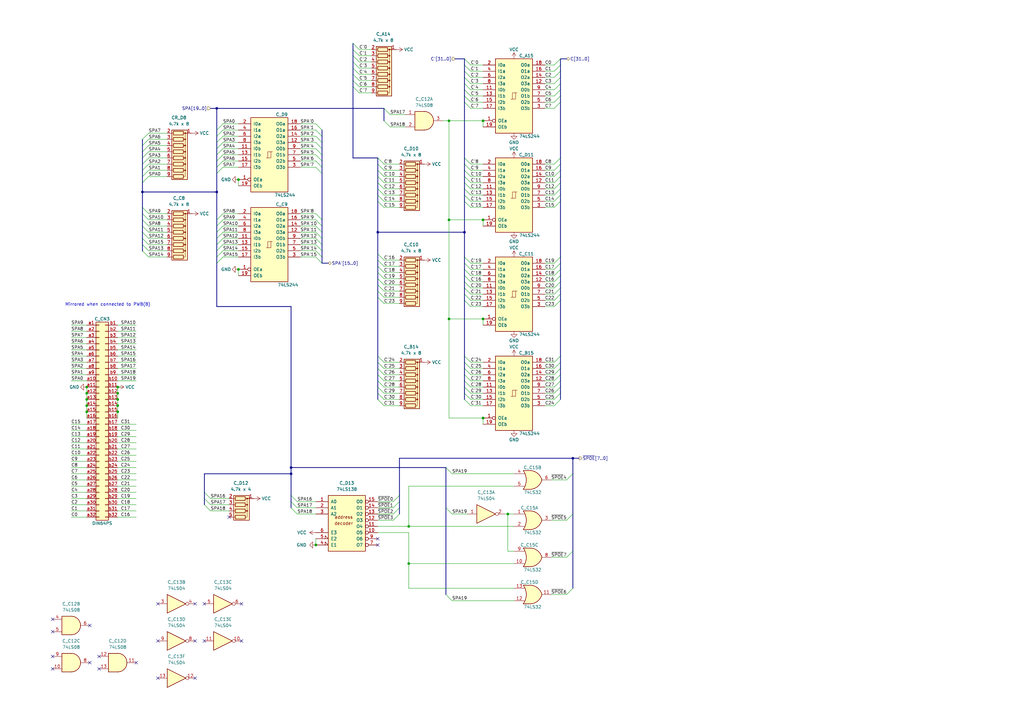
<source format=kicad_sch>
(kicad_sch (version 20231120) (generator "eeschema") (generator_version "8.0")
  (paper "A3")
  (title_block (title "Twin 16 - Rev B") (date "2024-03-10") (company "Konami GX785/GX870/GX808/GX903") (comment 1 "PWB(C) 402145A"))
  (junction (at 184.15 90.17))
  (junction (at 48.26 163.83))
  (junction (at 35.56 168.91))
  (junction (at 154.94 95.25))
  (junction (at 48.26 166.37))
  (junction (at 35.56 163.83))
  (junction (at 119.38 191.77))
  (junction (at 198.12 90.17))
  (junction (at 88.9 44.45))
  (junction (at 184.15 130.81))
  (junction (at 167.64 215.9))
  (junction (at 198.12 49.53))
  (junction (at 119.38 194.31))
  (junction (at 97.79 73.66))
  (junction (at 88.9 78.74))
  (junction (at 167.64 231.14))
  (junction (at 97.79 110.49))
  (junction (at 129.54 223.52))
  (junction (at 198.12 171.45))
  (junction (at 198.12 130.81))
  (junction (at 190.5 95.25))
  (junction (at 48.26 158.75))
  (junction (at 234.95 187.96))
  (junction (at 35.56 158.75))
  (junction (at 184.15 49.53))
  (junction (at 58.42 78.74))
  (junction (at 208.28 210.82))
  (junction (at 48.26 161.29))
  (junction (at 48.26 168.91))
  (junction (at 35.56 161.29))
  (junction (at 35.56 166.37))
  (no_connect (at 21.59 259.08))
  (no_connect (at 64.77 262.89))
  (no_connect (at 64.77 247.65))
  (no_connect (at 93.98 212.09))
  (no_connect (at 80.01 278.13))
  (no_connect (at 154.94 220.98))
  (no_connect (at 154.94 223.52))
  (no_connect (at 40.64 274.32))
  (no_connect (at 83.82 262.89))
  (no_connect (at 40.64 269.24))
  (no_connect (at 83.82 247.65))
  (no_connect (at 99.06 262.89))
  (no_connect (at 64.77 278.13))
  (no_connect (at 80.01 247.65))
  (no_connect (at 21.59 274.32))
  (no_connect (at 21.59 269.24))
  (no_connect (at 55.88 271.78))
  (no_connect (at 99.06 247.65))
  (no_connect (at 36.83 256.54))
  (no_connect (at 21.59 254))
  (no_connect (at 80.01 262.89))
  (no_connect (at 36.83 271.78))
  (bus_entry (at 190.5 118.11) (size 2.54 2.54))
  (bus_entry (at 227.33 34.29) (size 2.54 -2.54))
  (bus_entry (at 144.78 22.86) (size 2.54 2.54))
  (bus_entry (at 227.33 82.55) (size 2.54 -2.54))
  (bus_entry (at 144.78 30.48) (size 2.54 2.54))
  (bus_entry (at 154.94 116.84) (size 2.54 2.54))
  (bus_entry (at 144.78 27.94) (size 2.54 2.54))
  (bus_entry (at 227.33 151.13) (size 2.54 -2.54))
  (bus_entry (at 83.82 204.47) (size 2.54 2.54))
  (bus_entry (at 88.9 105.41) (size 2.54 -2.54))
  (bus_entry (at 129.54 90.17) (size 2.54 2.54))
  (bus_entry (at 119.38 205.74) (size 2.54 2.54))
  (bus_entry (at 58.42 92.71) (size 2.54 2.54))
  (bus_entry (at 227.33 113.03) (size 2.54 -2.54))
  (bus_entry (at 232.41 228.6) (size 2.54 -2.54))
  (bus_entry (at 227.33 161.29) (size 2.54 -2.54))
  (bus_entry (at 190.5 24.13) (size 2.54 2.54))
  (bus_entry (at 190.5 148.59) (size 2.54 2.54))
  (bus_entry (at 154.94 106.68) (size 2.54 2.54))
  (bus_entry (at 154.94 151.13) (size 2.54 2.54))
  (bus_entry (at 129.54 100.33) (size 2.54 2.54))
  (bus_entry (at 232.41 213.36) (size 2.54 -2.54))
  (bus_entry (at 154.94 72.39) (size 2.54 2.54))
  (bus_entry (at 190.5 120.65) (size 2.54 2.54))
  (bus_entry (at 129.54 63.5) (size 2.54 2.54))
  (bus_entry (at 161.29 205.74) (size 2.54 -2.54))
  (bus_entry (at 58.42 87.63) (size 2.54 2.54))
  (bus_entry (at 88.9 102.87) (size 2.54 -2.54))
  (bus_entry (at 129.54 68.58) (size 2.54 2.54))
  (bus_entry (at 58.42 57.15) (size 2.54 -2.54))
  (bus_entry (at 190.5 34.29) (size 2.54 2.54))
  (bus_entry (at 227.33 41.91) (size 2.54 -2.54))
  (bus_entry (at 227.33 69.85) (size 2.54 -2.54))
  (bus_entry (at 190.5 107.95) (size 2.54 2.54))
  (bus_entry (at 144.78 33.02) (size 2.54 2.54))
  (bus_entry (at 129.54 105.41) (size 2.54 2.54))
  (bus_entry (at 190.5 26.67) (size 2.54 2.54))
  (bus_entry (at 129.54 92.71) (size 2.54 2.54))
  (bus_entry (at 129.54 55.88) (size 2.54 2.54))
  (bus_entry (at 58.42 97.79) (size 2.54 2.54))
  (bus_entry (at 58.42 85.09) (size 2.54 2.54))
  (bus_entry (at 154.94 109.22) (size 2.54 2.54))
  (bus_entry (at 161.29 213.36) (size 2.54 -2.54))
  (bus_entry (at 232.41 243.84) (size 2.54 -2.54))
  (bus_entry (at 190.5 82.55) (size 2.54 2.54))
  (bus_entry (at 161.29 210.82) (size 2.54 -2.54))
  (bus_entry (at 58.42 62.23) (size 2.54 -2.54))
  (bus_entry (at 190.5 69.85) (size 2.54 2.54))
  (bus_entry (at 129.54 58.42) (size 2.54 2.54))
  (bus_entry (at 190.5 105.41) (size 2.54 2.54))
  (bus_entry (at 119.38 203.2) (size 2.54 2.54))
  (bus_entry (at 190.5 113.03) (size 2.54 2.54))
  (bus_entry (at 58.42 64.77) (size 2.54 -2.54))
  (bus_entry (at 119.38 208.28) (size 2.54 2.54))
  (bus_entry (at 154.94 69.85) (size 2.54 2.54))
  (bus_entry (at 88.9 100.33) (size 2.54 -2.54))
  (bus_entry (at 182.88 208.28) (size 2.54 2.54))
  (bus_entry (at 190.5 80.01) (size 2.54 2.54))
  (bus_entry (at 190.5 158.75) (size 2.54 2.54))
  (bus_entry (at 161.29 208.28) (size 2.54 -2.54))
  (bus_entry (at 154.94 121.92) (size 2.54 2.54))
  (bus_entry (at 154.94 111.76) (size 2.54 2.54))
  (bus_entry (at 154.94 82.55) (size 2.54 2.54))
  (bus_entry (at 227.33 77.47) (size 2.54 -2.54))
  (bus_entry (at 154.94 74.93) (size 2.54 2.54))
  (bus_entry (at 154.94 64.77) (size 2.54 2.54))
  (bus_entry (at 129.54 102.87) (size 2.54 2.54))
  (bus_entry (at 227.33 115.57) (size 2.54 -2.54))
  (bus_entry (at 227.33 120.65) (size 2.54 -2.54))
  (bus_entry (at 227.33 107.95) (size 2.54 -2.54))
  (bus_entry (at 190.5 146.05) (size 2.54 2.54))
  (bus_entry (at 154.94 158.75) (size 2.54 2.54))
  (bus_entry (at 58.42 72.39) (size 2.54 -2.54))
  (bus_entry (at 190.5 74.93) (size 2.54 2.54))
  (bus_entry (at 88.9 63.5) (size 2.54 -2.54))
  (bus_entry (at 190.5 153.67) (size 2.54 2.54))
  (bus_entry (at 190.5 77.47) (size 2.54 2.54))
  (bus_entry (at 58.42 74.93) (size 2.54 -2.54))
  (bus_entry (at 129.54 95.25) (size 2.54 2.54))
  (bus_entry (at 227.33 39.37) (size 2.54 -2.54))
  (bus_entry (at 83.82 201.93) (size 2.54 2.54))
  (bus_entry (at 227.33 72.39) (size 2.54 -2.54))
  (bus_entry (at 88.9 97.79) (size 2.54 -2.54))
  (bus_entry (at 227.33 74.93) (size 2.54 -2.54))
  (bus_entry (at 129.54 60.96) (size 2.54 2.54))
  (bus_entry (at 227.33 153.67) (size 2.54 -2.54))
  (bus_entry (at 129.54 87.63) (size 2.54 2.54))
  (bus_entry (at 83.82 207.01) (size 2.54 2.54))
  (bus_entry (at 190.5 67.31) (size 2.54 2.54))
  (bus_entry (at 227.33 158.75) (size 2.54 -2.54))
  (bus_entry (at 58.42 102.87) (size 2.54 2.54))
  (bus_entry (at 58.42 67.31) (size 2.54 -2.54))
  (bus_entry (at 182.88 243.84) (size 2.54 2.54))
  (bus_entry (at 190.5 151.13) (size 2.54 2.54))
  (bus_entry (at 88.9 71.12) (size 2.54 -2.54))
  (bus_entry (at 88.9 92.71) (size 2.54 -2.54))
  (bus_entry (at 227.33 110.49) (size 2.54 -2.54))
  (bus_entry (at 154.94 156.21) (size 2.54 2.54))
  (bus_entry (at 227.33 80.01) (size 2.54 -2.54))
  (bus_entry (at 190.5 36.83) (size 2.54 2.54))
  (bus_entry (at 154.94 153.67) (size 2.54 2.54))
  (bus_entry (at 227.33 26.67) (size 2.54 -2.54))
  (bus_entry (at 227.33 123.19) (size 2.54 -2.54))
  (bus_entry (at 154.94 146.05) (size 2.54 2.54))
  (bus_entry (at 190.5 163.83) (size 2.54 2.54))
  (bus_entry (at 190.5 41.91) (size 2.54 2.54))
  (bus_entry (at 227.33 85.09) (size 2.54 -2.54))
  (bus_entry (at 144.78 25.4) (size 2.54 2.54))
  (bus_entry (at 182.88 191.77) (size 2.54 2.54))
  (bus_entry (at 227.33 148.59) (size 2.54 -2.54))
  (bus_entry (at 190.5 115.57) (size 2.54 2.54))
  (bus_entry (at 190.5 64.77) (size 2.54 2.54))
  (bus_entry (at 58.42 90.17) (size 2.54 2.54))
  (bus_entry (at 227.33 125.73) (size 2.54 -2.54))
  (bus_entry (at 190.5 29.21) (size 2.54 2.54))
  (bus_entry (at 227.33 44.45) (size 2.54 -2.54))
  (bus_entry (at 190.5 110.49) (size 2.54 2.54))
  (bus_entry (at 58.42 100.33) (size 2.54 2.54))
  (bus_entry (at 144.78 17.78) (size 2.54 2.54))
  (bus_entry (at 58.42 95.25) (size 2.54 2.54))
  (bus_entry (at 227.33 31.75) (size 2.54 -2.54))
  (bus_entry (at 129.54 97.79) (size 2.54 2.54))
  (bus_entry (at 129.54 53.34) (size 2.54 2.54))
  (bus_entry (at 157.48 44.45) (size 2.54 2.54))
  (bus_entry (at 227.33 118.11) (size 2.54 -2.54))
  (bus_entry (at 154.94 163.83) (size 2.54 2.54))
  (bus_entry (at 190.5 123.19) (size 2.54 2.54))
  (bus_entry (at 190.5 31.75) (size 2.54 2.54))
  (bus_entry (at 190.5 39.37) (size 2.54 2.54))
  (bus_entry (at 154.94 104.14) (size 2.54 2.54))
  (bus_entry (at 154.94 114.3) (size 2.54 2.54))
  (bus_entry (at 154.94 119.38) (size 2.54 2.54))
  (bus_entry (at 129.54 50.8) (size 2.54 2.54))
  (bus_entry (at 154.94 67.31) (size 2.54 2.54))
  (bus_entry (at 144.78 20.32) (size 2.54 2.54))
  (bus_entry (at 58.42 59.69) (size 2.54 -2.54))
  (bus_entry (at 227.33 166.37) (size 2.54 -2.54))
  (bus_entry (at 154.94 148.59) (size 2.54 2.54))
  (bus_entry (at 227.33 36.83) (size 2.54 -2.54))
  (bus_entry (at 144.78 35.56) (size 2.54 2.54))
  (bus_entry (at 190.5 156.21) (size 2.54 2.54))
  (bus_entry (at 88.9 58.42) (size 2.54 -2.54))
  (bus_entry (at 227.33 29.21) (size 2.54 -2.54))
  (bus_entry (at 88.9 107.95) (size 2.54 -2.54))
  (bus_entry (at 88.9 90.17) (size 2.54 -2.54))
  (bus_entry (at 58.42 69.85) (size 2.54 -2.54))
  (bus_entry (at 227.33 163.83) (size 2.54 -2.54))
  (bus_entry (at 154.94 161.29) (size 2.54 2.54))
  (bus_entry (at 88.9 55.88) (size 2.54 -2.54))
  (bus_entry (at 190.5 72.39) (size 2.54 2.54))
  (bus_entry (at 154.94 77.47) (size 2.54 2.54))
  (bus_entry (at 88.9 60.96) (size 2.54 -2.54))
  (bus_entry (at 88.9 95.25) (size 2.54 -2.54))
  (bus_entry (at 88.9 66.04) (size 2.54 -2.54))
  (bus_entry (at 157.48 49.53) (size 2.54 2.54))
  (bus_entry (at 227.33 67.31) (size 2.54 -2.54))
  (bus_entry (at 88.9 68.58) (size 2.54 -2.54))
  (bus_entry (at 88.9 53.34) (size 2.54 -2.54))
  (bus_entry (at 129.54 66.04) (size 2.54 2.54))
  (bus_entry (at 227.33 156.21) (size 2.54 -2.54))
  (bus_entry (at 190.5 161.29) (size 2.54 2.54))
  (bus_entry (at 154.94 80.01) (size 2.54 2.54))
  (bus_entry (at 232.41 196.85) (size 2.54 -2.54))
  (wire (pts (xy 91.44 97.79) (xy 97.79 97.79)))
  (wire (pts (xy 60.96 67.31) (xy 68.58 67.31)))
  (wire (pts (xy 198.12 49.53) (xy 198.12 52.07)))
  (wire (pts (xy 48.26 133.35) (xy 55.88 133.35)))
  (wire (pts (xy 48.26 146.05) (xy 55.88 146.05)))
  (bus (pts (xy 190.5 41.91) (xy 190.5 39.37)))
  (wire (pts (xy 157.48 124.46) (xy 163.83 124.46)))
  (wire (pts (xy 226.06 243.84) (xy 232.41 243.84)))
  (bus (pts (xy 190.5 29.21) (xy 190.5 26.67)))
  (bus (pts (xy 119.38 194.31) (xy 119.38 203.2)))
  (bus (pts (xy 163.83 203.2) (xy 163.83 187.96)))
  (bus (pts (xy 229.87 120.65) (xy 229.87 118.11)))
  (bus (pts (xy 58.42 100.33) (xy 58.42 102.87)))
  (bus (pts (xy 190.5 148.59) (xy 190.5 146.05)))
  (wire (pts (xy 29.21 135.89) (xy 35.56 135.89)))
  (wire (pts (xy 157.48 121.92) (xy 163.83 121.92)))
  (wire (pts (xy 86.36 209.55) (xy 93.98 209.55)))
  (bus (pts (xy 190.5 34.29) (xy 190.5 31.75)))
  (wire (pts (xy 154.94 218.44) (xy 167.64 218.44)))
  (bus (pts (xy 154.94 74.93) (xy 154.94 77.47)))
  (wire (pts (xy 157.48 67.31) (xy 163.83 67.31)))
  (wire (pts (xy 223.52 153.67) (xy 227.33 153.67)))
  (wire (pts (xy 29.21 199.39) (xy 35.56 199.39)))
  (wire (pts (xy 29.21 173.99) (xy 35.56 173.99)))
  (bus (pts (xy 144.78 27.94) (xy 144.78 30.48)))
  (wire (pts (xy 193.04 115.57) (xy 198.12 115.57)))
  (wire (pts (xy 223.52 72.39) (xy 227.33 72.39)))
  (wire (pts (xy 147.32 38.1) (xy 152.4 38.1)))
  (bus (pts (xy 229.87 72.39) (xy 229.87 69.85)))
  (wire (pts (xy 193.04 29.21) (xy 198.12 29.21)))
  (wire (pts (xy 198.12 171.45) (xy 198.12 173.99)))
  (wire (pts (xy 167.64 215.9) (xy 167.64 199.39)))
  (wire (pts (xy 167.64 215.9) (xy 210.82 215.9)))
  (wire (pts (xy 123.19 60.96) (xy 129.54 60.96)))
  (bus (pts (xy 58.42 78.74) (xy 88.9 78.74)))
  (wire (pts (xy 91.44 63.5) (xy 97.79 63.5)))
  (bus (pts (xy 154.94 148.59) (xy 154.94 151.13)))
  (wire (pts (xy 167.64 218.44) (xy 167.64 231.14)))
  (wire (pts (xy 123.19 53.34) (xy 129.54 53.34)))
  (wire (pts (xy 60.96 100.33) (xy 68.58 100.33)))
  (bus (pts (xy 154.94 146.05) (xy 154.94 148.59)))
  (wire (pts (xy 48.26 151.13) (xy 55.88 151.13)))
  (bus (pts (xy 88.9 71.12) (xy 88.9 78.74)))
  (wire (pts (xy 48.26 186.69) (xy 55.88 186.69)))
  (wire (pts (xy 29.21 207.01) (xy 35.56 207.01)))
  (wire (pts (xy 208.28 210.82) (xy 208.28 226.06)))
  (wire (pts (xy 160.02 52.07) (xy 166.37 52.07)))
  (wire (pts (xy 167.64 241.3) (xy 210.82 241.3)))
  (bus (pts (xy 163.83 187.96) (xy 234.95 187.96)))
  (bus (pts (xy 88.9 102.87) (xy 88.9 100.33)))
  (bus (pts (xy 190.5 146.05) (xy 190.5 123.19)))
  (wire (pts (xy 121.92 208.28) (xy 129.54 208.28)))
  (bus (pts (xy 83.82 201.93) (xy 83.82 194.31)))
  (bus (pts (xy 190.5 36.83) (xy 190.5 34.29)))
  (wire (pts (xy 193.04 39.37) (xy 198.12 39.37)))
  (bus (pts (xy 88.9 60.96) (xy 88.9 58.42)))
  (bus (pts (xy 83.82 194.31) (xy 119.38 194.31)))
  (wire (pts (xy 184.15 90.17) (xy 198.12 90.17)))
  (wire (pts (xy 29.21 181.61) (xy 35.56 181.61)))
  (wire (pts (xy 193.04 110.49) (xy 198.12 110.49)))
  (bus (pts (xy 58.42 97.79) (xy 58.42 100.33)))
  (bus (pts (xy 190.5 156.21) (xy 190.5 153.67)))
  (bus (pts (xy 190.5 95.25) (xy 190.5 82.55)))
  (bus (pts (xy 154.94 95.25) (xy 190.5 95.25)))
  (wire (pts (xy 167.64 231.14) (xy 167.64 241.3)))
  (wire (pts (xy 29.21 179.07) (xy 35.56 179.07)))
  (bus (pts (xy 154.94 161.29) (xy 154.94 163.83)))
  (bus (pts (xy 229.87 123.19) (xy 229.87 120.65)))
  (wire (pts (xy 35.56 158.75) (xy 35.56 161.29)))
  (wire (pts (xy 157.48 69.85) (xy 163.83 69.85)))
  (wire (pts (xy 29.21 186.69) (xy 35.56 186.69)))
  (bus (pts (xy 154.94 69.85) (xy 154.94 72.39)))
  (wire (pts (xy 223.52 148.59) (xy 227.33 148.59)))
  (wire (pts (xy 167.64 231.14) (xy 210.82 231.14)))
  (wire (pts (xy 48.26 196.85) (xy 55.88 196.85)))
  (wire (pts (xy 223.52 156.21) (xy 227.33 156.21)))
  (bus (pts (xy 154.94 95.25) (xy 154.94 104.14)))
  (bus (pts (xy 58.42 64.77) (xy 58.42 67.31)))
  (bus (pts (xy 58.42 78.74) (xy 58.42 85.09)))
  (wire (pts (xy 226.06 213.36) (xy 232.41 213.36)))
  (wire (pts (xy 223.52 29.21) (xy 227.33 29.21)))
  (bus (pts (xy 229.87 158.75) (xy 229.87 156.21)))
  (bus (pts (xy 119.38 203.2) (xy 119.38 205.74)))
  (wire (pts (xy 123.19 58.42) (xy 129.54 58.42)))
  (bus (pts (xy 190.5 80.01) (xy 190.5 77.47)))
  (bus (pts (xy 190.5 64.77) (xy 190.5 41.91)))
  (wire (pts (xy 48.26 179.07) (xy 55.88 179.07)))
  (wire (pts (xy 35.56 163.83) (xy 35.56 166.37)))
  (wire (pts (xy 121.92 205.74) (xy 129.54 205.74)))
  (wire (pts (xy 193.04 72.39) (xy 198.12 72.39)))
  (wire (pts (xy 60.96 102.87) (xy 68.58 102.87)))
  (wire (pts (xy 184.15 130.81) (xy 184.15 171.45)))
  (wire (pts (xy 48.26 153.67) (xy 55.88 153.67)))
  (bus (pts (xy 88.9 58.42) (xy 88.9 55.88)))
  (wire (pts (xy 193.04 158.75) (xy 198.12 158.75)))
  (bus (pts (xy 144.78 64.77) (xy 154.94 64.77)))
  (bus (pts (xy 58.42 102.87) (xy 58.42 102.9928)))
  (wire (pts (xy 223.52 77.47) (xy 227.33 77.47)))
  (wire (pts (xy 29.21 151.13) (xy 35.56 151.13)))
  (wire (pts (xy 223.52 39.37) (xy 227.33 39.37)))
  (wire (pts (xy 123.19 90.17) (xy 129.54 90.17)))
  (wire (pts (xy 193.04 120.65) (xy 198.12 120.65)))
  (bus (pts (xy 229.87 77.47) (xy 229.87 74.93)))
  (bus (pts (xy 88.9 44.45) (xy 88.9 53.34)))
  (bus (pts (xy 119.38 191.77) (xy 119.38 194.31)))
  (wire (pts (xy 29.21 201.93) (xy 35.56 201.93)))
  (wire (pts (xy 193.04 153.67) (xy 198.12 153.67)))
  (wire (pts (xy 29.21 140.97) (xy 35.56 140.97)))
  (bus (pts (xy 132.08 55.88) (xy 132.08 58.42)))
  (wire (pts (xy 185.42 246.38) (xy 210.82 246.38)))
  (wire (pts (xy 123.19 68.58) (xy 129.54 68.58)))
  (wire (pts (xy 226.06 196.85) (xy 232.41 196.85)))
  (wire (pts (xy 193.04 44.45) (xy 198.12 44.45)))
  (wire (pts (xy 48.26 181.61) (xy 55.88 181.61)))
  (bus (pts (xy 154.94 77.47) (xy 154.94 80.01)))
  (bus (pts (xy 119.38 125.73) (xy 119.38 191.77)))
  (wire (pts (xy 193.04 36.83) (xy 198.12 36.83)))
  (wire (pts (xy 91.44 105.41) (xy 97.79 105.41)))
  (wire (pts (xy 184.15 49.53) (xy 198.12 49.53)))
  (wire (pts (xy 157.48 148.59) (xy 163.83 148.59)))
  (wire (pts (xy 157.48 72.39) (xy 163.83 72.39)))
  (wire (pts (xy 198.12 90.17) (xy 198.12 92.71)))
  (bus (pts (xy 229.87 41.91) (xy 229.87 39.37)))
  (wire (pts (xy 157.48 156.21) (xy 163.83 156.21)))
  (bus (pts (xy 229.87 24.13) (xy 232.41 24.13)))
  (wire (pts (xy 147.32 30.48) (xy 152.4 30.48)))
  (bus (pts (xy 58.42 90.17) (xy 58.42 92.71)))
  (wire (pts (xy 193.04 67.31) (xy 198.12 67.31)))
  (wire (pts (xy 193.04 107.95) (xy 198.12 107.95)))
  (wire (pts (xy 193.04 113.03) (xy 198.12 113.03)))
  (wire (pts (xy 91.44 58.42) (xy 97.79 58.42)))
  (bus (pts (xy 229.87 31.75) (xy 229.87 29.21)))
  (bus (pts (xy 182.88 243.84) (xy 182.88 208.28)))
  (bus (pts (xy 190.5 123.19) (xy 190.5 120.65)))
  (bus (pts (xy 154.94 80.01) (xy 154.94 82.55)))
  (bus (pts (xy 58.42 72.39) (xy 58.42 74.93)))
  (wire (pts (xy 91.44 50.8) (xy 97.79 50.8)))
  (wire (pts (xy 129.54 220.98) (xy 129.54 223.52)))
  (wire (pts (xy 123.19 55.88) (xy 129.54 55.88)))
  (wire (pts (xy 157.48 114.3) (xy 163.83 114.3)))
  (bus (pts (xy 229.87 36.83) (xy 229.87 34.29)))
  (bus (pts (xy 58.42 87.63) (xy 58.42 90.17)))
  (wire (pts (xy 60.96 54.61) (xy 68.58 54.61)))
  (bus (pts (xy 58.42 59.69) (xy 58.42 62.23)))
  (bus (pts (xy 229.87 29.21) (xy 229.87 26.67)))
  (wire (pts (xy 193.04 80.01) (xy 198.12 80.01)))
  (wire (pts (xy 193.04 163.83) (xy 198.12 163.83)))
  (wire (pts (xy 91.44 53.34) (xy 97.79 53.34)))
  (wire (pts (xy 35.56 166.37) (xy 35.56 168.91)))
  (wire (pts (xy 91.44 55.88) (xy 97.79 55.88)))
  (bus (pts (xy 190.5 153.67) (xy 190.5 151.13)))
  (wire (pts (xy 157.48 153.67) (xy 163.83 153.67)))
  (bus (pts (xy 88.9 90.17) (xy 88.9 92.71)))
  (wire (pts (xy 123.19 66.04) (xy 129.54 66.04)))
  (bus (pts (xy 190.5 67.31) (xy 190.5 64.77)))
  (wire (pts (xy 198.12 130.81) (xy 198.12 133.35)))
  (wire (pts (xy 60.96 69.85) (xy 68.58 69.85)))
  (wire (pts (xy 48.26 199.39) (xy 55.88 199.39)))
  (bus (pts (xy 190.5 31.75) (xy 190.5 29.21)))
  (wire (pts (xy 48.26 209.55) (xy 55.88 209.55)))
  (bus (pts (xy 86.36 44.45) (xy 88.9 44.45)))
  (wire (pts (xy 157.48 119.38) (xy 163.83 119.38)))
  (wire (pts (xy 223.52 67.31) (xy 227.33 67.31)))
  (bus (pts (xy 154.94 114.3) (xy 154.94 116.84)))
  (wire (pts (xy 154.94 215.9) (xy 167.64 215.9)))
  (wire (pts (xy 210.82 210.82) (xy 208.28 210.82)))
  (wire (pts (xy 223.52 74.93) (xy 227.33 74.93)))
  (wire (pts (xy 154.94 208.28) (xy 161.29 208.28)))
  (wire (pts (xy 193.04 148.59) (xy 198.12 148.59)))
  (bus (pts (xy 229.87 156.21) (xy 229.87 153.67)))
  (bus (pts (xy 190.5 69.85) (xy 190.5 67.31)))
  (bus (pts (xy 58.42 57.15) (xy 58.42 59.69)))
  (wire (pts (xy 154.94 210.82) (xy 161.29 210.82)))
  (wire (pts (xy 184.15 130.81) (xy 198.12 130.81)))
  (bus (pts (xy 132.08 60.96) (xy 132.08 63.5)))
  (bus (pts (xy 132.08 97.79) (xy 132.08 100.33)))
  (wire (pts (xy 147.32 33.02) (xy 152.4 33.02)))
  (bus (pts (xy 234.95 226.06) (xy 234.95 241.3)))
  (bus (pts (xy 190.5 115.57) (xy 190.5 113.03)))
  (wire (pts (xy 123.19 50.8) (xy 129.54 50.8)))
  (wire (pts (xy 185.42 194.31) (xy 210.82 194.31)))
  (bus (pts (xy 163.83 208.28) (xy 163.83 205.74)))
  (bus (pts (xy 190.5 26.67) (xy 190.5 24.13)))
  (wire (pts (xy 29.21 138.43) (xy 35.56 138.43)))
  (wire (pts (xy 167.64 199.39) (xy 210.82 199.39)))
  (wire (pts (xy 121.92 210.82) (xy 129.54 210.82)))
  (bus (pts (xy 190.5 118.11) (xy 190.5 115.57)))
  (bus (pts (xy 229.87 34.29) (xy 229.87 31.75)))
  (wire (pts (xy 60.96 97.79) (xy 68.58 97.79)))
  (wire (pts (xy 91.44 102.87) (xy 97.79 102.87)))
  (bus (pts (xy 58.42 92.71) (xy 58.42 95.25)))
  (bus (pts (xy 88.9 92.71) (xy 88.9 95.25)))
  (bus (pts (xy 144.78 33.02) (xy 144.78 35.56)))
  (bus (pts (xy 229.87 105.41) (xy 229.87 82.55)))
  (bus (pts (xy 190.5 77.47) (xy 190.5 74.93)))
  (wire (pts (xy 185.42 210.82) (xy 191.77 210.82)))
  (wire (pts (xy 48.26 140.97) (xy 55.88 140.97)))
  (wire (pts (xy 223.52 85.09) (xy 227.33 85.09)))
  (wire (pts (xy 48.26 194.31) (xy 55.88 194.31)))
  (wire (pts (xy 60.96 72.39) (xy 68.58 72.39)))
  (wire (pts (xy 193.04 74.93) (xy 198.12 74.93)))
  (bus (pts (xy 132.08 53.34) (xy 132.08 55.88)))
  (bus (pts (xy 132.08 105.41) (xy 132.08 107.95)))
  (wire (pts (xy 48.26 135.89) (xy 55.88 135.89)))
  (bus (pts (xy 88.9 63.5) (xy 88.9 60.96)))
  (wire (pts (xy 48.26 166.37) (xy 48.26 168.91)))
  (wire (pts (xy 223.52 110.49) (xy 227.33 110.49)))
  (bus (pts (xy 229.87 153.67) (xy 229.87 151.13)))
  (wire (pts (xy 60.96 95.25) (xy 68.58 95.25)))
  (wire (pts (xy 208.28 226.06) (xy 210.82 226.06)))
  (wire (pts (xy 91.44 95.25) (xy 97.79 95.25)))
  (wire (pts (xy 48.26 204.47) (xy 55.88 204.47)))
  (bus (pts (xy 154.94 72.39) (xy 154.94 74.93)))
  (wire (pts (xy 48.26 201.93) (xy 55.88 201.93)))
  (wire (pts (xy 91.44 87.63) (xy 97.79 87.63)))
  (bus (pts (xy 234.95 187.96) (xy 237.49 187.96)))
  (bus (pts (xy 144.78 20.32) (xy 144.78 22.86)))
  (bus (pts (xy 132.08 68.58) (xy 132.08 71.12)))
  (bus (pts (xy 154.94 116.84) (xy 154.94 119.38)))
  (wire (pts (xy 223.52 69.85) (xy 227.33 69.85)))
  (wire (pts (xy 223.52 107.95) (xy 227.33 107.95)))
  (bus (pts (xy 190.5 74.93) (xy 190.5 72.39)))
  (wire (pts (xy 29.21 146.05) (xy 35.56 146.05)))
  (wire (pts (xy 193.04 85.09) (xy 198.12 85.09)))
  (wire (pts (xy 157.48 163.83) (xy 163.83 163.83)))
  (bus (pts (xy 229.87 67.31) (xy 229.87 64.77)))
  (bus (pts (xy 154.94 104.14) (xy 154.94 106.68)))
  (wire (pts (xy 193.04 161.29) (xy 198.12 161.29)))
  (wire (pts (xy 193.04 82.55) (xy 198.12 82.55)))
  (wire (pts (xy 123.19 92.71) (xy 129.54 92.71)))
  (wire (pts (xy 29.21 133.35) (xy 35.56 133.35)))
  (wire (pts (xy 160.02 46.99) (xy 166.37 46.99)))
  (bus (pts (xy 88.9 66.04) (xy 88.9 68.58)))
  (wire (pts (xy 60.96 105.41) (xy 68.58 105.41)))
  (wire (pts (xy 29.21 194.31) (xy 35.56 194.31)))
  (bus (pts (xy 182.88 208.28) (xy 182.88 191.77)))
  (bus (pts (xy 229.87 64.77) (xy 229.87 41.91)))
  (bus (pts (xy 190.5 105.41) (xy 190.5 95.25)))
  (wire (pts (xy 223.52 113.03) (xy 227.33 113.03)))
  (bus (pts (xy 229.87 118.11) (xy 229.87 115.57)))
  (wire (pts (xy 123.19 87.63) (xy 129.54 87.63)))
  (bus (pts (xy 157.48 44.45) (xy 88.9 44.45)))
  (wire (pts (xy 193.04 123.19) (xy 198.12 123.19)))
  (bus (pts (xy 229.87 69.85) (xy 229.87 67.31)))
  (bus (pts (xy 144.78 22.86) (xy 144.78 25.4)))
  (wire (pts (xy 91.44 68.58) (xy 97.79 68.58)))
  (wire (pts (xy 223.52 120.65) (xy 227.33 120.65)))
  (bus (pts (xy 234.95 194.31) (xy 234.95 210.82)))
  (wire (pts (xy 97.79 73.66) (xy 97.79 76.2)))
  (bus (pts (xy 154.94 106.68) (xy 154.94 109.22)))
  (wire (pts (xy 223.52 82.55) (xy 227.33 82.55)))
  (bus (pts (xy 154.94 156.21) (xy 154.94 158.75)))
  (bus (pts (xy 119.38 191.77) (xy 182.88 191.77)))
  (bus (pts (xy 132.08 66.04) (xy 132.08 68.58)))
  (bus (pts (xy 229.87 82.55) (xy 229.87 80.01)))
  (bus (pts (xy 190.5 82.55) (xy 190.5 80.01)))
  (bus (pts (xy 163.83 205.74) (xy 163.83 203.2)))
  (wire (pts (xy 157.48 166.37) (xy 163.83 166.37)))
  (wire (pts (xy 157.48 74.93) (xy 163.83 74.93)))
  (wire (pts (xy 48.26 184.15) (xy 55.88 184.15)))
  (wire (pts (xy 29.21 212.09) (xy 35.56 212.09)))
  (wire (pts (xy 91.44 92.71) (xy 97.79 92.71)))
  (bus (pts (xy 154.94 64.77) (xy 154.94 67.31)))
  (bus (pts (xy 234.95 187.96) (xy 234.95 194.31)))
  (bus (pts (xy 58.42 62.23) (xy 58.42 64.77)))
  (bus (pts (xy 119.38 125.73) (xy 88.9 125.73)))
  (bus (pts (xy 58.42 74.93) (xy 58.42 78.74)))
  (bus (pts (xy 144.78 25.4) (xy 144.78 27.94)))
  (wire (pts (xy 48.26 191.77) (xy 55.88 191.77)))
  (bus (pts (xy 83.82 207.01) (xy 83.82 204.47)))
  (wire (pts (xy 29.21 148.59) (xy 35.56 148.59)))
  (bus (pts (xy 229.87 110.49) (xy 229.87 107.95)))
  (wire (pts (xy 48.26 158.75) (xy 49.53 158.75)))
  (wire (pts (xy 193.04 118.11) (xy 198.12 118.11)))
  (wire (pts (xy 48.26 176.53) (xy 55.88 176.53)))
  (wire (pts (xy 223.52 166.37) (xy 227.33 166.37)))
  (wire (pts (xy 223.52 163.83) (xy 227.33 163.83)))
  (wire (pts (xy 48.26 148.59) (xy 55.88 148.59)))
  (wire (pts (xy 123.19 102.87) (xy 129.54 102.87)))
  (bus (pts (xy 229.87 163.83) (xy 229.87 161.29)))
  (bus (pts (xy 154.94 151.13) (xy 154.94 153.67)))
  (bus (pts (xy 132.08 90.17) (xy 132.08 92.71)))
  (bus (pts (xy 229.87 146.05) (xy 229.87 123.19)))
  (bus (pts (xy 190.5 39.37) (xy 190.5 36.83)))
  (wire (pts (xy 157.48 151.13) (xy 163.83 151.13)))
  (bus (pts (xy 132.08 92.71) (xy 132.08 95.25)))
  (wire (pts (xy 29.21 143.51) (xy 35.56 143.51)))
  (bus (pts (xy 154.94 82.55) (xy 154.94 95.25)))
  (wire (pts (xy 223.52 26.67) (xy 227.33 26.67)))
  (wire (pts (xy 48.26 168.91) (xy 48.26 171.45)))
  (wire (pts (xy 193.04 34.29) (xy 198.12 34.29)))
  (wire (pts (xy 207.01 210.82) (xy 208.28 210.82)))
  (wire (pts (xy 48.26 189.23) (xy 55.88 189.23)))
  (wire (pts (xy 157.48 158.75) (xy 163.83 158.75)))
  (bus (pts (xy 88.9 68.58) (xy 88.9 71.12)))
  (bus (pts (xy 229.87 80.01) (xy 229.87 77.47)))
  (wire (pts (xy 223.52 31.75) (xy 227.33 31.75)))
  (wire (pts (xy 184.15 49.53) (xy 184.15 90.17)))
  (bus (pts (xy 190.5 163.83) (xy 190.5 161.29)))
  (wire (pts (xy 223.52 41.91) (xy 227.33 41.91)))
  (wire (pts (xy 29.21 204.47) (xy 35.56 204.47)))
  (bus (pts (xy 229.87 151.13) (xy 229.87 148.59)))
  (wire (pts (xy 157.48 111.76) (xy 163.83 111.76)))
  (wire (pts (xy 29.21 153.67) (xy 35.56 153.67)))
  (wire (pts (xy 123.19 63.5) (xy 129.54 63.5)))
  (bus (pts (xy 229.87 39.37) (xy 229.87 36.83)))
  (bus (pts (xy 154.94 111.76) (xy 154.94 114.3)))
  (bus (pts (xy 186.69 24.13) (xy 190.5 24.13)))
  (wire (pts (xy 193.04 151.13) (xy 198.12 151.13)))
  (wire (pts (xy 29.21 209.55) (xy 35.56 209.55)))
  (bus (pts (xy 190.5 113.03) (xy 190.5 110.49)))
  (bus (pts (xy 229.87 161.29) (xy 229.87 158.75)))
  (wire (pts (xy 223.52 34.29) (xy 227.33 34.29)))
  (wire (pts (xy 48.26 173.99) (xy 55.88 173.99)))
  (bus (pts (xy 132.08 107.95) (xy 134.62 107.95)))
  (wire (pts (xy 184.15 90.17) (xy 184.15 130.81)))
  (bus (pts (xy 157.48 49.53) (xy 157.48 44.45)))
  (wire (pts (xy 193.04 166.37) (xy 198.12 166.37)))
  (bus (pts (xy 229.87 148.59) (xy 229.87 146.05)))
  (wire (pts (xy 147.32 25.4) (xy 152.4 25.4)))
  (wire (pts (xy 86.36 204.47) (xy 93.98 204.47)))
  (bus (pts (xy 154.94 158.75) (xy 154.94 161.29)))
  (wire (pts (xy 123.19 100.33) (xy 129.54 100.33)))
  (bus (pts (xy 132.08 102.87) (xy 132.08 105.41)))
  (wire (pts (xy 123.19 97.79) (xy 129.54 97.79)))
  (wire (pts (xy 157.48 82.55) (xy 163.83 82.55)))
  (wire (pts (xy 91.44 90.17) (xy 97.79 90.17)))
  (wire (pts (xy 29.21 184.15) (xy 35.56 184.15)))
  (bus (pts (xy 144.78 17.78) (xy 144.78 20.32)))
  (bus (pts (xy 58.42 67.31) (xy 58.42 69.85)))
  (wire (pts (xy 91.44 60.96) (xy 97.79 60.96)))
  (wire (pts (xy 223.52 158.75) (xy 227.33 158.75)))
  (bus (pts (xy 229.87 26.67) (xy 229.87 24.13)))
  (bus (pts (xy 88.9 105.41) (xy 88.9 107.95)))
  (wire (pts (xy 223.52 161.29) (xy 227.33 161.29)))
  (bus (pts (xy 234.95 210.82) (xy 234.95 226.06)))
  (bus (pts (xy 58.42 85.09) (xy 58.42 87.63)))
  (bus (pts (xy 190.5 110.49) (xy 190.5 107.95)))
  (wire (pts (xy 60.96 59.69) (xy 68.58 59.69)))
  (bus (pts (xy 154.94 109.22) (xy 154.94 111.76)))
  (wire (pts (xy 123.19 95.25) (xy 129.54 95.25)))
  (wire (pts (xy 29.21 196.85) (xy 35.56 196.85)))
  (wire (pts (xy 193.04 31.75) (xy 198.12 31.75)))
  (wire (pts (xy 35.56 161.29) (xy 35.56 163.83)))
  (wire (pts (xy 154.94 213.36) (xy 161.29 213.36)))
  (wire (pts (xy 60.96 87.63) (xy 68.58 87.63)))
  (bus (pts (xy 88.9 125.73) (xy 88.9 107.95)))
  (wire (pts (xy 147.32 35.56) (xy 152.4 35.56)))
  (bus (pts (xy 190.5 72.39) (xy 190.5 69.85)))
  (bus (pts (xy 132.08 100.33) (xy 132.08 102.87)))
  (wire (pts (xy 147.32 20.32) (xy 152.4 20.32)))
  (wire (pts (xy 223.52 125.73) (xy 227.33 125.73)))
  (wire (pts (xy 60.96 57.15) (xy 68.58 57.15)))
  (bus (pts (xy 88.9 97.79) (xy 88.9 100.33)))
  (wire (pts (xy 223.52 44.45) (xy 227.33 44.45)))
  (wire (pts (xy 86.36 207.01) (xy 93.98 207.01)))
  (wire (pts (xy 223.52 80.01) (xy 227.33 80.01)))
  (wire (pts (xy 91.44 100.33) (xy 97.79 100.33)))
  (wire (pts (xy 48.26 212.09) (xy 55.88 212.09)))
  (wire (pts (xy 157.48 77.47) (xy 163.83 77.47)))
  (bus (pts (xy 229.87 107.95) (xy 229.87 105.41)))
  (wire (pts (xy 60.96 62.23) (xy 68.58 62.23)))
  (bus (pts (xy 190.5 151.13) (xy 190.5 148.59)))
  (wire (pts (xy 29.21 156.21) (xy 35.56 156.21)))
  (wire (pts (xy 48.26 138.43) (xy 55.88 138.43)))
  (wire (pts (xy 91.44 66.04) (xy 97.79 66.04)))
  (wire (pts (xy 48.26 207.01) (xy 55.88 207.01)))
  (wire (pts (xy 157.48 85.09) (xy 163.83 85.09)))
  (wire (pts (xy 60.96 92.71) (xy 68.58 92.71)))
  (wire (pts (xy 223.52 123.19) (xy 227.33 123.19)))
  (wire (pts (xy 48.26 156.21) (xy 55.88 156.21)))
  (wire (pts (xy 29.21 191.77) (xy 35.56 191.77)))
  (wire (pts (xy 97.79 110.49) (xy 97.79 113.03)))
  (wire (pts (xy 48.26 143.51) (xy 55.88 143.51)))
  (wire (pts (xy 184.15 171.45) (xy 198.12 171.45)))
  (bus (pts (xy 190.5 107.95) (xy 190.5 105.41)))
  (wire (pts (xy 147.32 27.94) (xy 152.4 27.94)))
  (bus (pts (xy 144.78 35.56) (xy 144.78 64.77)))
  (wire (pts (xy 60.96 64.77) (xy 68.58 64.77)))
  (wire (pts (xy 226.06 228.6) (xy 232.41 228.6)))
  (bus (pts (xy 190.5 120.65) (xy 190.5 118.11)))
  (wire (pts (xy 193.04 41.91) (xy 198.12 41.91)))
  (bus (pts (xy 132.08 58.42) (xy 132.08 60.96)))
  (bus (pts (xy 154.94 121.92) (xy 154.94 146.05)))
  (wire (pts (xy 29.21 189.23) (xy 35.56 189.23)))
  (bus (pts (xy 190.5 161.29) (xy 190.5 158.75)))
  (bus (pts (xy 83.82 204.47) (xy 83.82 201.93)))
  (wire (pts (xy 157.48 116.84) (xy 163.83 116.84)))
  (wire (pts (xy 48.26 161.29) (xy 48.26 163.83)))
  (wire (pts (xy 223.52 115.57) (xy 227.33 115.57)))
  (wire (pts (xy 157.48 106.68) (xy 163.83 106.68)))
  (bus (pts (xy 132.08 71.12) (xy 132.08 90.17)))
  (wire (pts (xy 193.04 125.73) (xy 198.12 125.73)))
  (bus (pts (xy 58.42 69.85) (xy 58.42 72.39)))
  (bus (pts (xy 154.94 67.31) (xy 154.94 69.85)))
  (wire (pts (xy 147.32 22.86) (xy 152.4 22.86)))
  (wire (pts (xy 193.04 26.67) (xy 198.12 26.67)))
  (wire (pts (xy 181.61 49.53) (xy 184.15 49.53)))
  (bus (pts (xy 163.83 210.82) (xy 163.83 208.28)))
  (wire (pts (xy 193.04 156.21) (xy 198.12 156.21)))
  (bus (pts (xy 88.9 55.88) (xy 88.9 53.34)))
  (wire (pts (xy 154.94 205.74) (xy 161.29 205.74)))
  (bus (pts (xy 88.9 63.5) (xy 88.9 66.04)))
  (bus (pts (xy 88.9 102.87) (xy 88.9 105.41)))
  (bus (pts (xy 88.9 78.74) (xy 88.9 90.17)))
  (bus (pts (xy 132.08 95.25) (xy 132.08 97.79)))
  (wire (pts (xy 29.21 176.53) (xy 35.56 176.53)))
  (bus (pts (xy 154.94 153.67) (xy 154.94 156.21)))
  (wire (pts (xy 60.96 90.17) (xy 68.58 90.17)))
  (bus (pts (xy 229.87 115.57) (xy 229.87 113.03)))
  (wire (pts (xy 157.48 161.29) (xy 163.83 161.29)))
  (wire (pts (xy 223.52 151.13) (xy 227.33 151.13)))
  (wire (pts (xy 193.04 69.85) (xy 198.12 69.85)))
  (bus (pts (xy 58.42 95.25) (xy 58.42 97.79)))
  (wire (pts (xy 48.26 163.83) (xy 48.26 166.37)))
  (bus (pts (xy 229.87 74.93) (xy 229.87 72.39)))
  (wire (pts (xy 157.48 80.01) (xy 163.83 80.01)))
  (bus (pts (xy 119.38 205.74) (xy 119.38 208.28)))
  (bus (pts (xy 229.87 113.03) (xy 229.87 110.49)))
  (wire (pts (xy 223.52 36.83) (xy 227.33 36.83)))
  (bus (pts (xy 144.78 30.48) (xy 144.78 33.02)))
  (bus (pts (xy 154.94 119.38) (xy 154.94 121.92)))
  (bus (pts (xy 190.5 158.75) (xy 190.5 156.21)))
  (wire (pts (xy 193.04 77.47) (xy 198.12 77.47)))
  (bus (pts (xy 132.08 63.5) (xy 132.08 66.04)))
  (wire (pts (xy 35.56 168.91) (xy 35.56 171.45)))
  (bus (pts (xy 88.9 95.25) (xy 88.9 97.79)))
  (wire (pts (xy 123.19 105.41) (xy 129.54 105.41)))
  (wire (pts (xy 157.48 109.22) (xy 163.83 109.22)))
  (wire (pts (xy 48.26 158.75) (xy 48.26 161.29)))
  (wire (pts (xy 223.52 118.11) (xy 227.33 118.11)))
  (text "Mirrored when connected to PWB(B)" (at 26.67 125.73 0) (effects (font (size 1.27 1.27)) (justify left bottom)))
  (label "C12" (at 29.21 181.61 0))
  (label "C'9" (at 157.48 69.85 0))
  (label "C'11" (at 157.48 74.93 0))
  (label "SPA16" (at 86.36 204.47 0))
  (label "C'24" (at 193.04 148.59 0))
  (label "C26" (at 223.52 161.29 0))
  (label "SPA7" (at 29.21 138.43 0))
  (label "C18" (at 49.53 207.01 0))
  (label "C0" (at 223.52 26.67 0))
  (label "SPA14" (at 60.96 105.41 0))
  (label "C5" (at 29.21 199.39 0))
  (label "C31" (at 223.52 148.59 0))
  (label "C11" (at 29.21 184.15 0))
  (label "SPA11" (at 60.96 95.25 0))
  (label "SPA'5" (at 123.19 63.5 0))
  (label "C13" (at 223.52 80.01 0))
  (label "C20" (at 49.53 201.93 0))
  (label "SPA8" (at 60.96 92.71 0))
  (label "C'20" (at 193.04 118.11 0))
  (label "C'20" (at 157.48 116.84 0))
  (label "SPA17" (at 121.92 208.28 0))
  (label "SPA1" (at 91.44 53.34 0))
  (label "C16" (at 223.52 115.57 0))
  (label "C19" (at 49.53 204.47 0))
  (label "C'18" (at 157.48 111.76 0))
  (label "C'15" (at 193.04 85.09 0))
  (label "SPA'7" (at 123.19 68.58 0))
  (label "C'19" (at 157.48 114.3 0))
  (label "~{SPOE}6" (at 226.06 243.84 0))
  (label "C25" (at 223.52 163.83 0))
  (label "C'21" (at 193.04 120.65 0))
  (label "SPA9" (at 29.21 133.35 0))
  (label "C'14" (at 193.04 82.55 0))
  (label "C'6" (at 147.32 35.56 0))
  (label "C'28" (at 157.48 158.75 0))
  (label "C'13" (at 193.04 80.01 0))
  (label "SPA'11" (at 123.19 95.25 0))
  (label "SPA12" (at 91.44 97.79 0))
  (label "C'27" (at 193.04 156.21 0))
  (label "C26" (at 49.53 186.69 0))
  (label "SPA8" (at 91.44 87.63 0))
  (label "SPA'13" (at 123.19 100.33 0))
  (label "C18" (at 223.52 113.03 0))
  (label "C'30" (at 193.04 163.83 0))
  (label "SPA6" (at 60.96 57.15 0))
  (label "SPA4" (at 91.44 60.96 0))
  (label "SPA14" (at 91.44 102.87 0))
  (label "SPA13" (at 60.96 102.87 0))
  (label "C'7" (at 147.32 38.1 0))
  (label "SPA12" (at 49.53 138.43 0))
  (label "SPA13" (at 49.53 140.97 0))
  (label "SPA7" (at 60.96 54.61 0))
  (label "C23" (at 49.53 194.31 0))
  (label "C'21" (at 157.48 119.38 0))
  (label "C27" (at 223.52 158.75 0))
  (label "C9" (at 29.21 189.23 0))
  (label "C'24" (at 157.48 148.59 0))
  (label "SPA0" (at 60.96 72.39 0))
  (label "SPA10" (at 91.44 92.71 0))
  (label "SPA18" (at 49.53 153.67 0))
  (label "SPA'3" (at 123.19 58.42 0))
  (label "SPA12" (at 60.96 97.79 0))
  (label "C'0" (at 147.32 20.32 0))
  (label "C'16" (at 157.48 106.68 0))
  (label "C'5" (at 147.32 33.02 0))
  (label "SPA15" (at 60.96 100.33 0))
  (label "SPA10" (at 60.96 90.17 0))
  (label "C'0" (at 193.04 26.67 0))
  (label "SPA'10" (at 123.19 92.71 0))
  (label "C21" (at 223.52 120.65 0))
  (label "C23" (at 223.52 125.73 0))
  (label "~{SPOE}3" (at 154.94 213.36 0))
  (label "C'5" (at 193.04 39.37 0))
  (label "C14" (at 223.52 82.55 0))
  (label "SPA18" (at 160.02 52.07 0))
  (label "C29" (at 49.53 179.07 0))
  (label "C21" (at 49.53 199.39 0))
  (label "SPA6" (at 29.21 140.97 0))
  (label "C'7" (at 193.04 44.45 0))
  (label "SPA6" (at 91.44 66.04 0))
  (label "C7" (at 223.52 44.45 0))
  (label "C'22" (at 193.04 123.19 0))
  (label "SPA1" (at 60.96 69.85 0))
  (label "C30" (at 223.52 151.13 0))
  (label "SPA'9" (at 123.19 90.17 0))
  (label "SPA16" (at 49.53 148.59 0))
  (label "C5" (at 223.52 39.37 0))
  (label "C14" (at 29.21 176.53 0))
  (label "C19" (at 223.52 107.95 0))
  (label "C'9" (at 193.04 69.85 0))
  (label "SPA3" (at 60.96 64.77 0))
  (label "SPA3" (at 29.21 148.59 0))
  (label "C16" (at 49.53 212.09 0))
  (label "SPA18" (at 121.92 210.82 0))
  (label "C'8" (at 157.48 67.31 0))
  (label "C4" (at 29.21 201.93 0))
  (label "SPA2" (at 91.44 55.88 0))
  (label "C'2" (at 147.32 25.4 0))
  (label "C'4" (at 147.32 30.48 0))
  (label "C'1" (at 193.04 29.21 0))
  (label "~{SPOE}2" (at 154.94 210.82 0))
  (label "SPA5" (at 60.96 59.69 0))
  (label "C'1" (at 147.32 22.86 0))
  (label "SPA2" (at 60.96 67.31 0))
  (label "C3" (at 223.52 34.29 0))
  (label "C29" (at 223.52 153.67 0))
  (label "C4" (at 223.52 36.83 0))
  (label "C24" (at 223.52 166.37 0))
  (label "SPA17" (at 160.02 46.99 0))
  (label "C12" (at 223.52 77.47 0))
  (label "C'31" (at 157.48 166.37 0))
  (label "SPA0" (at 29.21 156.21 0))
  (label "SPA16" (at 121.92 205.74 0))
  (label "C'27" (at 157.48 156.21 0))
  (label "C28" (at 223.52 156.21 0))
  (label "C'4" (at 193.04 36.83 0))
  (label "C'17" (at 193.04 110.49 0))
  (label "SPA9" (at 91.44 90.17 0))
  (label "C'2" (at 193.04 31.75 0))
  (label "C'26" (at 157.48 153.67 0))
  (label "C'8" (at 193.04 67.31 0))
  (label "C'6" (at 193.04 41.91 0))
  (label "SPA4" (at 29.21 146.05 0))
  (label "C30" (at 49.53 176.53 0))
  (label "C'16" (at 193.04 115.57 0))
  (label "C15" (at 223.52 85.09 0))
  (label "~{SPOE}7" (at 226.06 228.6 0))
  (label "SPA5" (at 91.44 63.5 0))
  (label "C'23" (at 193.04 125.73 0))
  (label "C'13" (at 157.48 80.01 0))
  (label "C0" (at 29.21 212.09 0))
  (label "C20" (at 223.52 118.11 0))
  (label "C17" (at 49.53 209.55 0))
  (label "C'31" (at 193.04 166.37 0))
  (label "C11" (at 223.52 74.93 0))
  (label "~{SPOE}1" (at 154.94 208.28 0))
  (label "C13" (at 29.21 179.07 0))
  (label "SPA14" (at 49.53 143.51 0))
  (label "C'25" (at 193.04 151.13 0))
  (label "C25" (at 49.53 189.23 0))
  (label "SPA'14" (at 123.19 102.87 0))
  (label "C9" (at 223.52 69.85 0))
  (label "C8" (at 29.21 191.77 0))
  (label "C'15" (at 157.48 85.09 0))
  (label "C'10" (at 193.04 72.39 0))
  (label "C'29" (at 157.48 161.29 0))
  (label "C'11" (at 193.04 74.93 0))
  (label "SPA18" (at 86.36 209.55 0))
  (label "C'3" (at 193.04 34.29 0))
  (label "C'30" (at 157.48 163.83 0))
  (label "C17" (at 223.52 110.49 0))
  (label "C8" (at 223.52 67.31 0))
  (label "SPA17" (at 49.53 151.13 0))
  (label "SPA1" (at 29.21 153.67 0))
  (label "SPA'2" (at 123.19 55.88 0))
  (label "C28" (at 49.53 181.61 0))
  (label "SPA11" (at 91.44 95.25 0))
  (label "SPA19" (at 185.42 194.31 0))
  (label "C'29" (at 193.04 161.29 0))
  (label "SPA15" (at 49.53 146.05 0))
  (label "SPA2" (at 29.21 151.13 0))
  (label "C24" (at 49.53 191.77 0))
  (label "C27" (at 49.53 184.15 0))
  (label "C'10" (at 157.48 72.39 0))
  (label "C'19" (at 193.04 107.95 0))
  (label "SPA'12" (at 123.19 97.79 0))
  (label "C7" (at 29.21 194.31 0))
  (label "SPA10" (at 49.53 133.35 0))
  (label "SPA'8" (at 123.19 87.63 0))
  (label "~{SPOE}0" (at 154.94 205.74 0))
  (label "C10" (at 29.21 186.69 0))
  (label "C'14" (at 157.48 82.55 0))
  (label "SPA9" (at 60.96 87.63 0))
  (label "C'18" (at 193.04 113.03 0))
  (label "C6" (at 29.21 196.85 0))
  (label "~{SPOE}4" (at 226.06 196.85 0))
  (label "SPA0" (at 91.44 50.8 0))
  (label "SPA11" (at 49.53 135.89 0))
  (label "C31" (at 49.53 173.99 0))
  (label "C10" (at 223.52 72.39 0))
  (label "SPA5" (at 29.21 143.51 0))
  (label "C1" (at 29.21 209.55 0))
  (label "SPA3" (at 91.44 58.42 0))
  (label "C2" (at 223.52 31.75 0))
  (label "C'3" (at 147.32 27.94 0))
  (label "SPA15" (at 91.44 105.41 0))
  (label "C'17" (at 157.48 109.22 0))
  (label "~{SPOE}5" (at 226.06 213.36 0))
  (label "SPA19" (at 185.42 246.38 0))
  (label "SPA'4" (at 123.19 60.96 0))
  (label "C6" (at 223.52 41.91 0))
  (label "SPA'6" (at 123.19 66.04 0))
  (label "C'28" (at 193.04 158.75 0))
  (label "SPA'0" (at 123.19 50.8 0))
  (label "C'12" (at 157.48 77.47 0))
  (label "SPA4" (at 60.96 62.23 0))
  (label "SPA17" (at 86.36 207.01 0))
  (label "C1" (at 223.52 29.21 0))
  (label "C'23" (at 157.48 124.46 0))
  (label "C'26" (at 193.04 153.67 0))
  (label "SPA19" (at 185.42 210.82 0))
  (label "C'22" (at 157.48 121.92 0))
  (label "SPA19" (at 49.53 156.21 0))
  (label "SPA'1" (at 123.19 53.34 0))
  (label "C22" (at 223.52 123.19 0))
  (label "C3" (at 29.21 204.47 0))
  (label "C'12" (at 193.04 77.47 0))
  (label "C2" (at 29.21 207.01 0))
  (label "C22" (at 49.53 196.85 0))
  (label "SPA'15" (at 123.19 105.41 0))
  (label "SPA7" (at 91.44 68.58 0))
  (label "SPA13" (at 91.44 100.33 0))
  (label "SPA8" (at 29.21 135.89 0))
  (label "C'25" (at 157.48 151.13 0))
  (label "C15" (at 29.21 173.99 0))
  (hierarchical_label "SPA'[15..0]" (shape tri_state) (at 134.62 107.95 0))
  (hierarchical_label "SPA[19..0]" (shape input) (at 86.36 44.45 180))
  (hierarchical_label "~{SPOE}[7..0]" (shape output) (at 237.49 187.96 0))
  (hierarchical_label "C'[31..0]" (shape input) (at 186.69 24.13 180))
  (hierarchical_label "C[31..0]" (shape tri_state) (at 232.41 24.13 0))
  (symbol (lib_id "jt74:74LS32") (at 218.44 196.85 0) (unit 2)
    (property "Reference" "C_C15" (at 218.44 191.77 0))
    (property "Value" "74LS32" (at 218.44 201.93 0))
    (property "Datasheet" "http://www.ti.com/lit/gpn/sn74LS32" (effects (hide yes)))
  )
  (symbol (lib_id "power:GND") (at 97.79 73.66 270) (unit 1)
    (property "Reference" "#PWR0283" (effects (hide yes)))
    (property "Value" "GND" (at 92.71 73.66 90))
  )
  (symbol (lib_id "power:VCC") (at 210.82 105.41 0) (unit 1)
    (property "Reference" "#PWR0323" (effects (hide yes)))
    (property "Value" "VCC" (at 210.82 101.6 0))
  )
  (symbol (lib_id "Device:R_Network08") (at 168.91 158.75 270) (unit 1)
    (property "Reference" "C_B14" (at 168.656 142.24 90))
    (property "Value" "4.7k x 8" (at 168.656 144.78 90))
    (property "Footprint" "Resistor_THT:R_Array_SIP9" (effects (hide yes)))
    (property "Datasheet" "http://www.vishay.com/docs/31509/csc.pdf" (effects (hide yes)))
  )
  (symbol (lib_id "jt74:74LS244") (at 210.82 161.29 0) (unit 1)
    (property "Reference" "C_B15" (at 215.9 144.78 0))
    (property "Value" "74LS244" (at 217.17 177.8 0))
    (property "Datasheet" "http://www.ti.com/lit/gpn/sn74LS244" (effects (hide yes)))
  )
  (symbol (lib_id "power:VCC") (at 48.26 158.75 270) (unit 1)
    (property "Reference" "#PWR0281" (effects (hide yes)))
    (property "Value" "VCC" (at 53.34 158.75 90))
  )
  (symbol (lib_id "power:GND") (at 210.82 176.53 0) (unit 1)
    (property "Reference" "#PWR0320" (effects (hide yes)))
    (property "Value" "GND" (at 210.82 180.34 0))
  )
  (symbol (lib_id "jt74:74LS08") (at 173.99 49.53 0) (unit 1)
    (property "Reference" "C_C12" (at 173.9817 40.64 0))
    (property "Value" "74LS08" (at 173.9817 43.18 0))
    (property "Datasheet" "http://www.ti.com/lit/gpn/sn74LS08" (effects (hide yes)))
  )
  (symbol (lib_id "power:VCC") (at 210.82 146.05 0) (unit 1)
    (property "Reference" "#PWR0340" (effects (hide yes)))
    (property "Value" "VCC" (at 210.82 142.24 0))
  )
  (symbol (lib_id "power:VCC") (at 173.99 67.31 270) (unit 1)
    (property "Reference" "#PWR0626" (effects (hide yes)))
    (property "Value" "VCC" (at 179.07 67.31 90))
  )
  (symbol (lib_id "jt74:74LS32") (at 218.44 213.36 0) (unit 1)
    (property "Reference" "C_C15" (at 217.17 208.28 0))
    (property "Value" "74LS32" (at 218.44 218.44 0))
    (property "Datasheet" "http://www.ti.com/lit/gpn/sn74LS32" (effects (hide yes)))
  )
  (symbol (lib_id "power:VCC") (at 78.74 87.63 270) (unit 1)
    (property "Reference" "#PWR0627" (effects (hide yes)))
    (property "Value" "VCC" (at 83.82 87.63 90))
  )
  (symbol (lib_id "jt74:74LS244") (at 110.49 63.5 0) (unit 1)
    (property "Reference" "C_D9" (at 115.57 46.99 0))
    (property "Value" "74LS244" (at 116.84 80.01 0))
    (property "Datasheet" "http://www.ti.com/lit/gpn/sn74LS244" (effects (hide yes)))
  )
  (symbol (lib_id "jt74:74LS04") (at 199.39 210.82 0) (unit 1)
    (property "Reference" "C_C13" (at 199.39 201.93 0))
    (property "Value" "74LS04" (at 199.39 204.47 0))
    (property "Datasheet" "http://www.ti.com/lit/gpn/sn74LS04" (effects (hide yes)))
  )
  (symbol (lib_id "jt74:74LS08") (at 48.26 271.78 0) (unit 4)
    (property "Reference" "C_C12" (at 48.2517 262.89 0))
    (property "Value" "74LS08" (at 48.2517 265.43 0))
    (property "Datasheet" "http://www.ti.com/lit/gpn/sn74LS08" (effects (hide yes)))
  )
  (symbol (lib_id "power:GND") (at 97.79 110.49 270) (unit 1)
    (property "Reference" "#PWR0282" (effects (hide yes)))
    (property "Value" "GND" (at 92.71 110.49 90))
  )
  (symbol (lib_id "jt74:74LS32") (at 218.44 228.6 0) (unit 3)
    (property "Reference" "C_C15" (at 217.17 223.52 0))
    (property "Value" "74LS32" (at 218.44 233.68 0))
    (property "Datasheet" "http://www.ti.com/lit/gpn/sn74LS32" (effects (hide yes)))
  )
  (symbol (lib_id "Device:R_Network08") (at 157.48 30.48 270) (unit 1)
    (property "Reference" "C_A14" (at 157.226 13.97 90))
    (property "Value" "4.7k x 8" (at 157.226 16.51 90))
    (property "Footprint" "Resistor_THT:R_Array_SIP9" (effects (hide yes)))
    (property "Datasheet" "http://www.vishay.com/docs/31509/csc.pdf" (effects (hide yes)))
  )
  (symbol (lib_id "jt74:74LS08") (at 29.21 271.78 0) (unit 3)
    (property "Reference" "C_C12" (at 29.2017 262.89 0))
    (property "Value" "74LS08" (at 29.2017 265.43 0))
    (property "Datasheet" "http://www.ti.com/lit/gpn/sn74LS08" (effects (hide yes)))
  )
  (symbol (lib_id "jt74:74LS138") (at 142.24 213.36 0) (unit 1)
    (property "Reference" "C_D13" (at 142.24 198.12 0))
    (property "Value" "74LS138" (at 142.24 200.66 0))
    (property "Datasheet" "http://www.ti.com/lit/gpn/sn74LS138" (effects (hide yes)))
  )
  (symbol (lib_id "jt74:74LS244") (at 210.82 120.65 0) (unit 1)
    (property "Reference" "C_C11" (at 215.9 104.14 0))
    (property "Value" "74LS244" (at 217.17 137.16 0))
    (property "Datasheet" "http://www.ti.com/lit/gpn/sn74LS244" (effects (hide yes)))
  )
  (symbol (lib_id "power:VCC") (at 173.99 148.59 270) (unit 1)
    (property "Reference" "#PWR0630" (effects (hide yes)))
    (property "Value" "VCC" (at 179.07 148.59 90))
  )
  (symbol (lib_id "Device:R_Network08") (at 168.91 77.47 270) (unit 1)
    (property "Reference" "C_D10" (at 168.656 60.96 90))
    (property "Value" "4.7k x 8" (at 168.656 63.5 90))
    (property "Footprint" "Resistor_THT:R_Array_SIP9" (effects (hide yes)))
    (property "Datasheet" "http://www.vishay.com/docs/31509/csc.pdf" (effects (hide yes)))
  )
  (symbol (lib_id "power:VCC") (at 104.14 204.47 270) (unit 1)
    (property "Reference" "#PWR0631" (effects (hide yes)))
    (property "Value" "VCC" (at 109.22 204.47 90))
  )
  (symbol (lib_id "power:GND") (at 210.82 135.89 0) (unit 1)
    (property "Reference" "#PWR0313" (effects (hide yes)))
    (property "Value" "GND" (at 210.82 139.7 0))
  )
  (symbol (lib_id "Connector_Generic:Conn_02x32_Row_Letter_First") (at 40.64 171.45 0) (unit 1)
    (property "Reference" "C_CN3" (at 41.91 130.81 0))
    (property "Value" "DIN64PS" (at 41.91 214.63 0))
  )
  (symbol (lib_id "jt74:74LS244") (at 210.82 80.01 0) (unit 1)
    (property "Reference" "C_D11" (at 215.9 63.5 0))
    (property "Value" "74LS244" (at 217.17 96.52 0))
    (property "Datasheet" "http://www.ti.com/lit/gpn/sn74LS244" (effects (hide yes)))
  )
  (symbol (lib_id "power:GND") (at 129.54 223.52 270) (unit 1)
    (property "Reference" "#PWR0286" (effects (hide yes)))
    (property "Value" "GND" (at 125.73 223.52 90) (effects (justify right)))
  )
  (symbol (lib_id "power:VCC") (at 173.99 106.68 270) (unit 1)
    (property "Reference" "#PWR0625" (effects (hide yes)))
    (property "Value" "VCC" (at 179.07 106.68 90))
  )
  (symbol (lib_id "Device:R_Network08") (at 73.66 64.77 270) (unit 1)
    (property "Reference" "CR_D8" (at 73.406 48.26 90))
    (property "Value" "4.7k x 8" (at 73.406 50.8 90))
    (property "Footprint" "Resistor_THT:R_Array_SIP9" (effects (hide yes)))
    (property "Datasheet" "http://www.vishay.com/docs/31509/csc.pdf" (effects (hide yes)))
  )
  (symbol (lib_id "jt74:74LS244") (at 210.82 39.37 0) (unit 1)
    (property "Reference" "C_A15" (at 215.9 22.86 0))
    (property "Value" "74LS244" (at 217.17 55.88 0))
    (property "Datasheet" "http://www.ti.com/lit/gpn/sn74LS244" (effects (hide yes)))
  )
  (symbol (lib_id "power:VCC") (at 210.82 24.13 0) (unit 1)
    (property "Reference" "#PWR0321" (effects (hide yes)))
    (property "Value" "VCC" (at 210.82 20.32 0))
  )
  (symbol (lib_id "Device:R_Network08") (at 73.66 97.79 270) (unit 1)
    (property "Reference" "C_C8" (at 73.406 81.28 90))
    (property "Value" "4.7k x 8" (at 73.406 83.82 90))
    (property "Footprint" "Resistor_THT:R_Array_SIP9" (effects (hide yes)))
    (property "Datasheet" "http://www.vishay.com/docs/31509/csc.pdf" (effects (hide yes)))
  )
  (symbol (lib_id "jt74:74LS08") (at 29.21 256.54 0) (unit 2)
    (property "Reference" "C_C12" (at 29.2017 247.65 0))
    (property "Value" "74LS08" (at 29.2017 250.19 0))
    (property "Datasheet" "http://www.ti.com/lit/gpn/sn74LS08" (effects (hide yes)))
  )
  (symbol (lib_id "jt74:74LS04") (at 72.39 262.89 0) (unit 4)
    (property "Reference" "C_C13" (at 72.39 254 0))
    (property "Value" "74LS04" (at 72.39 256.54 0))
    (property "Datasheet" "http://www.ti.com/lit/gpn/sn74LS04" (effects (hide yes)))
  )
  (symbol (lib_id "power:VCC") (at 129.54 218.44 90) (unit 1)
    (property "Reference" "#PWR0305" (effects (hide yes)))
    (property "Value" "VCC" (at 125.73 218.44 90) (effects (justify left)))
  )
  (symbol (lib_id "power:VCC") (at 162.56 20.32 270) (unit 1)
    (property "Reference" "#PWR0629" (effects (hide yes)))
    (property "Value" "VCC" (at 167.64 20.32 90))
  )
  (symbol (lib_id "jt74:74LS04") (at 91.44 247.65 0) (unit 3)
    (property "Reference" "C_C13" (at 91.44 238.76 0))
    (property "Value" "74LS04" (at 91.44 241.3 0))
    (property "Datasheet" "http://www.ti.com/lit/gpn/sn74LS04" (effects (hide yes)))
  )
  (symbol (lib_id "power:GND") (at 210.82 95.25 0) (unit 1)
    (property "Reference" "#PWR0312" (effects (hide yes)))
    (property "Value" "GND" (at 210.82 99.06 0))
  )
  (symbol (lib_id "jt74:74LS244") (at 110.49 100.33 0) (unit 1)
    (property "Reference" "C_C9" (at 115.57 83.82 0))
    (property "Value" "74LS244" (at 118.11 116.84 0))
    (property "Datasheet" "http://www.ti.com/lit/gpn/sn74LS244" (effects (hide yes)))
  )
  (symbol (lib_id "Device:R_Network04") (at 99.06 209.55 270) (unit 1)
    (property "Reference" "C_D12" (at 98.806 198.12 90))
    (property "Value" "4.7k x 4" (at 98.806 200.66 90))
    (property "Footprint" "Resistor_THT:R_Array_SIP5" (effects (hide yes)))
    (property "Datasheet" "http://www.vishay.com/docs/31509/csc.pdf" (effects (hide yes)))
  )
  (symbol (lib_id "jt74:74LS04") (at 72.39 278.13 0) (unit 6)
    (property "Reference" "C_C13" (at 72.39 269.24 0))
    (property "Value" "74LS04" (at 72.39 271.78 0))
    (property "Datasheet" "http://www.ti.com/lit/gpn/sn74LS04" (effects (hide yes)))
  )
  (symbol (lib_id "jt74:74LS04") (at 91.44 262.89 0) (unit 5)
    (property "Reference" "C_C13" (at 91.44 254 0))
    (property "Value" "74LS04" (at 91.44 256.54 0))
    (property "Datasheet" "http://www.ti.com/lit/gpn/sn74LS04" (effects (hide yes)))
  )
  (symbol (lib_id "power:GND") (at 210.82 54.61 0) (unit 1)
    (property "Reference" "#PWR0311" (effects (hide yes)))
    (property "Value" "GND" (at 210.82 58.42 0))
  )
  (symbol (lib_id "power:VCC") (at 210.82 64.77 0) (unit 1)
    (property "Reference" "#PWR0322" (effects (hide yes)))
    (property "Value" "VCC" (at 210.82 60.96 0))
  )
  (symbol (lib_id "Device:R_Network08") (at 168.91 116.84 270) (unit 1)
    (property "Reference" "C_C10" (at 168.656 100.33 90))
    (property "Value" "4.7k x 8" (at 168.656 102.87 90))
    (property "Footprint" "Resistor_THT:R_Array_SIP9" (effects (hide yes)))
    (property "Datasheet" "http://www.vishay.com/docs/31509/csc.pdf" (effects (hide yes)))
  )
  (symbol (lib_id "power:VCC") (at 78.74 54.61 270) (unit 1)
    (property "Reference" "#PWR0628" (effects (hide yes)))
    (property "Value" "VCC" (at 83.82 54.61 90))
  )
  (symbol (lib_id "jt74:74LS04") (at 72.39 247.65 0) (unit 2)
    (property "Reference" "C_C13" (at 72.39 238.76 0))
    (property "Value" "74LS04" (at 72.39 241.3 0))
    (property "Datasheet" "http://www.ti.com/lit/gpn/sn74LS04" (effects (hide yes)))
  )
  (symbol (lib_id "jt74:74LS32") (at 218.44 243.84 0) (mirror x) (unit 4)
    (property "Reference" "C_C15" (at 217.17 238.76 0))
    (property "Value" "74LS32" (at 218.44 248.92 0))
    (property "Datasheet" "http://www.ti.com/lit/gpn/sn74LS32" (effects (hide yes)))
  )
  (symbol (lib_id "power:GND") (at 35.56 158.75 270) (unit 1)
    (property "Reference" "#PWR0246" (effects (hide yes)))
    (property "Value" "GND" (at 30.48 158.75 90))
  )
)
</source>
